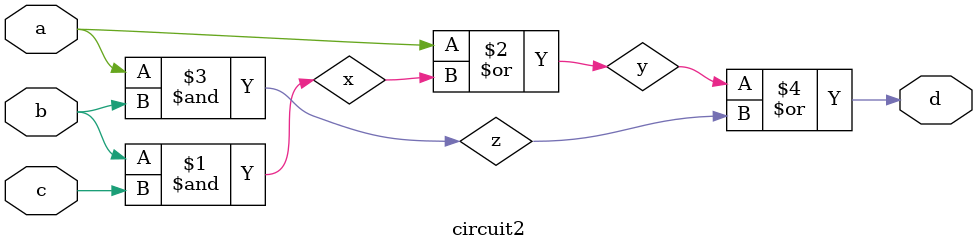
<source format=v>
module circuit2(a,b,c,d);
    output d;
    input a,b,c;
    wire x,y,z;
    and G1(x,b,c);
    or G2(y,a,x);
    and G3(z,a,b);
    or G4(d,y,z);
endmodule

</source>
